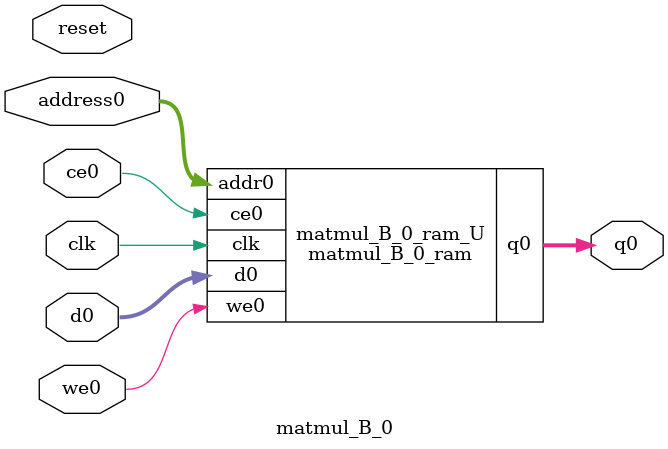
<source format=v>
`timescale 1 ns / 1 ps
module matmul_B_0_ram (addr0, ce0, d0, we0, q0,  clk);

parameter DWIDTH = 32;
parameter AWIDTH = 4;
parameter MEM_SIZE = 16;

input[AWIDTH-1:0] addr0;
input ce0;
input[DWIDTH-1:0] d0;
input we0;
output reg[DWIDTH-1:0] q0;
input clk;

(* ram_style = "distributed" *)reg [DWIDTH-1:0] ram[0:MEM_SIZE-1];




always @(posedge clk)  
begin 
    if (ce0) begin
        if (we0) 
            ram[addr0] <= d0; 
        q0 <= ram[addr0];
    end
end


endmodule

`timescale 1 ns / 1 ps
module matmul_B_0(
    reset,
    clk,
    address0,
    ce0,
    we0,
    d0,
    q0);

parameter DataWidth = 32'd32;
parameter AddressRange = 32'd16;
parameter AddressWidth = 32'd4;
input reset;
input clk;
input[AddressWidth - 1:0] address0;
input ce0;
input we0;
input[DataWidth - 1:0] d0;
output[DataWidth - 1:0] q0;



matmul_B_0_ram matmul_B_0_ram_U(
    .clk( clk ),
    .addr0( address0 ),
    .ce0( ce0 ),
    .we0( we0 ),
    .d0( d0 ),
    .q0( q0 ));

endmodule


</source>
